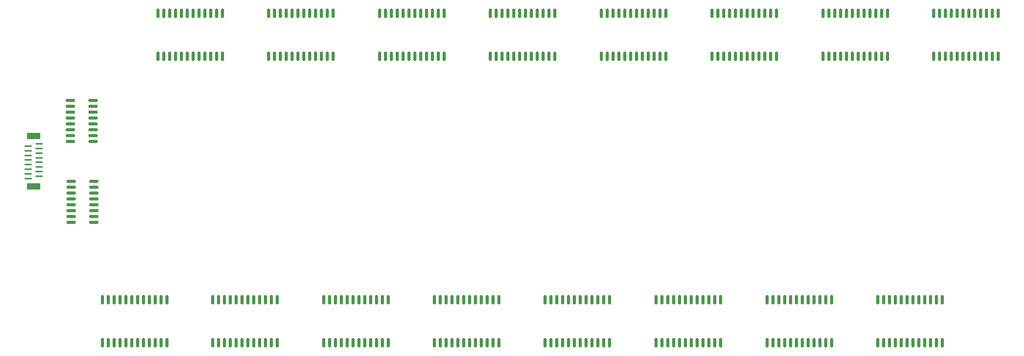
<source format=gbp>
G04 #@! TF.GenerationSoftware,KiCad,Pcbnew,6.0.8+dfsg-1~bpo11+1*
G04 #@! TF.CreationDate,2023-08-01T08:47:41-04:00*
G04 #@! TF.ProjectId,14_8x32_self_capacitance,31345f38-7833-4325-9f73-656c665f6361,rev?*
G04 #@! TF.SameCoordinates,Original*
G04 #@! TF.FileFunction,Paste,Bot*
G04 #@! TF.FilePolarity,Positive*
%FSLAX46Y46*%
G04 Gerber Fmt 4.6, Leading zero omitted, Abs format (unit mm)*
G04 Created by KiCad (PCBNEW 6.0.8+dfsg-1~bpo11+1) date 2023-08-01 08:47:41*
%MOMM*%
%LPD*%
G01*
G04 APERTURE LIST*
G04 Aperture macros list*
%AMRoundRect*
0 Rectangle with rounded corners*
0 $1 Rounding radius*
0 $2 $3 $4 $5 $6 $7 $8 $9 X,Y pos of 4 corners*
0 Add a 4 corners polygon primitive as box body*
4,1,4,$2,$3,$4,$5,$6,$7,$8,$9,$2,$3,0*
0 Add four circle primitives for the rounded corners*
1,1,$1+$1,$2,$3*
1,1,$1+$1,$4,$5*
1,1,$1+$1,$6,$7*
1,1,$1+$1,$8,$9*
0 Add four rect primitives between the rounded corners*
20,1,$1+$1,$2,$3,$4,$5,0*
20,1,$1+$1,$4,$5,$6,$7,0*
20,1,$1+$1,$6,$7,$8,$9,0*
20,1,$1+$1,$8,$9,$2,$3,0*%
G04 Aperture macros list end*
%ADD10RoundRect,0.150000X-0.825000X-0.150000X0.825000X-0.150000X0.825000X0.150000X-0.825000X0.150000X0*%
%ADD11RoundRect,0.150000X0.150000X-0.875000X0.150000X0.875000X-0.150000X0.875000X-0.150000X-0.875000X0*%
%ADD12R,1.600000X0.400000*%
%ADD13R,2.900000X1.400000*%
%ADD14RoundRect,0.150000X-0.150000X0.875000X-0.150000X-0.875000X0.150000X-0.875000X0.150000X0.875000X0*%
G04 APERTURE END LIST*
D10*
X60225000Y-72745000D03*
X60225000Y-71475000D03*
X60225000Y-70205000D03*
X60225000Y-68935000D03*
X60225000Y-67665000D03*
X60225000Y-66395000D03*
X60225000Y-65125000D03*
X60225000Y-63855000D03*
X65175000Y-63855000D03*
X65175000Y-65125000D03*
X65175000Y-66395000D03*
X65175000Y-67665000D03*
X65175000Y-68935000D03*
X65175000Y-70205000D03*
X65175000Y-71475000D03*
X65175000Y-72745000D03*
D11*
X165185000Y-54250000D03*
X163915000Y-54250000D03*
X162645000Y-54250000D03*
X161375000Y-54250000D03*
X160105000Y-54250000D03*
X158835000Y-54250000D03*
X157565000Y-54250000D03*
X156295000Y-54250000D03*
X155025000Y-54250000D03*
X153755000Y-54250000D03*
X152485000Y-54250000D03*
X151215000Y-54250000D03*
X151215000Y-44950000D03*
X152485000Y-44950000D03*
X153755000Y-44950000D03*
X155025000Y-44950000D03*
X156295000Y-44950000D03*
X157565000Y-44950000D03*
X158835000Y-44950000D03*
X160105000Y-44950000D03*
X161375000Y-44950000D03*
X162645000Y-44950000D03*
X163915000Y-44950000D03*
X165185000Y-44950000D03*
D10*
X60425000Y-90245000D03*
X60425000Y-88975000D03*
X60425000Y-87705000D03*
X60425000Y-86435000D03*
X60425000Y-85165000D03*
X60425000Y-83895000D03*
X60425000Y-82625000D03*
X60425000Y-81355000D03*
X65375000Y-81355000D03*
X65375000Y-82625000D03*
X65375000Y-83895000D03*
X65375000Y-85165000D03*
X65375000Y-86435000D03*
X65375000Y-87705000D03*
X65375000Y-88975000D03*
X65375000Y-90245000D03*
D11*
X237185000Y-54250000D03*
X235915000Y-54250000D03*
X234645000Y-54250000D03*
X233375000Y-54250000D03*
X232105000Y-54250000D03*
X230835000Y-54250000D03*
X229565000Y-54250000D03*
X228295000Y-54250000D03*
X227025000Y-54250000D03*
X225755000Y-54250000D03*
X224485000Y-54250000D03*
X223215000Y-54250000D03*
X223215000Y-44950000D03*
X224485000Y-44950000D03*
X225755000Y-44950000D03*
X227025000Y-44950000D03*
X228295000Y-44950000D03*
X229565000Y-44950000D03*
X230835000Y-44950000D03*
X232105000Y-44950000D03*
X233375000Y-44950000D03*
X234645000Y-44950000D03*
X235915000Y-44950000D03*
X237185000Y-44950000D03*
X261185000Y-54250000D03*
X259915000Y-54250000D03*
X258645000Y-54250000D03*
X257375000Y-54250000D03*
X256105000Y-54250000D03*
X254835000Y-54250000D03*
X253565000Y-54250000D03*
X252295000Y-54250000D03*
X251025000Y-54250000D03*
X249755000Y-54250000D03*
X248485000Y-54250000D03*
X247215000Y-54250000D03*
X247215000Y-44950000D03*
X248485000Y-44950000D03*
X249755000Y-44950000D03*
X251025000Y-44950000D03*
X252295000Y-44950000D03*
X253565000Y-44950000D03*
X254835000Y-44950000D03*
X256105000Y-44950000D03*
X257375000Y-44950000D03*
X258645000Y-44950000D03*
X259915000Y-44950000D03*
X261185000Y-44950000D03*
X189185000Y-54250000D03*
X187915000Y-54250000D03*
X186645000Y-54250000D03*
X185375000Y-54250000D03*
X184105000Y-54250000D03*
X182835000Y-54250000D03*
X181565000Y-54250000D03*
X180295000Y-54250000D03*
X179025000Y-54250000D03*
X177755000Y-54250000D03*
X176485000Y-54250000D03*
X175215000Y-54250000D03*
X175215000Y-44950000D03*
X176485000Y-44950000D03*
X177755000Y-44950000D03*
X179025000Y-44950000D03*
X180295000Y-44950000D03*
X181565000Y-44950000D03*
X182835000Y-44950000D03*
X184105000Y-44950000D03*
X185375000Y-44950000D03*
X186645000Y-44950000D03*
X187915000Y-44950000D03*
X189185000Y-44950000D03*
D12*
X51100000Y-80750000D03*
X53500000Y-80250000D03*
X51100000Y-79750000D03*
X53500000Y-79250000D03*
X51100000Y-78750000D03*
X53500000Y-78250000D03*
X51100000Y-77750000D03*
X53500000Y-77250000D03*
X51100000Y-76750000D03*
X53500000Y-76250000D03*
X51100000Y-75750000D03*
X53500000Y-75250000D03*
X51100000Y-74750000D03*
X53500000Y-74250000D03*
X51100000Y-73750000D03*
X53500000Y-73250000D03*
D13*
X52300000Y-82450000D03*
X52300000Y-71550000D03*
D11*
X141185000Y-54250000D03*
X139915000Y-54250000D03*
X138645000Y-54250000D03*
X137375000Y-54250000D03*
X136105000Y-54250000D03*
X134835000Y-54250000D03*
X133565000Y-54250000D03*
X132295000Y-54250000D03*
X131025000Y-54250000D03*
X129755000Y-54250000D03*
X128485000Y-54250000D03*
X127215000Y-54250000D03*
X127215000Y-44950000D03*
X128485000Y-44950000D03*
X129755000Y-44950000D03*
X131025000Y-44950000D03*
X132295000Y-44950000D03*
X133565000Y-44950000D03*
X134835000Y-44950000D03*
X136105000Y-44950000D03*
X137375000Y-44950000D03*
X138645000Y-44950000D03*
X139915000Y-44950000D03*
X141185000Y-44950000D03*
D14*
X91115000Y-107050000D03*
X92385000Y-107050000D03*
X93655000Y-107050000D03*
X94925000Y-107050000D03*
X96195000Y-107050000D03*
X97465000Y-107050000D03*
X98735000Y-107050000D03*
X100005000Y-107050000D03*
X101275000Y-107050000D03*
X102545000Y-107050000D03*
X103815000Y-107050000D03*
X105085000Y-107050000D03*
X105085000Y-116350000D03*
X103815000Y-116350000D03*
X102545000Y-116350000D03*
X101275000Y-116350000D03*
X100005000Y-116350000D03*
X98735000Y-116350000D03*
X97465000Y-116350000D03*
X96195000Y-116350000D03*
X94925000Y-116350000D03*
X93655000Y-116350000D03*
X92385000Y-116350000D03*
X91115000Y-116350000D03*
X115115000Y-107050000D03*
X116385000Y-107050000D03*
X117655000Y-107050000D03*
X118925000Y-107050000D03*
X120195000Y-107050000D03*
X121465000Y-107050000D03*
X122735000Y-107050000D03*
X124005000Y-107050000D03*
X125275000Y-107050000D03*
X126545000Y-107050000D03*
X127815000Y-107050000D03*
X129085000Y-107050000D03*
X129085000Y-116350000D03*
X127815000Y-116350000D03*
X126545000Y-116350000D03*
X125275000Y-116350000D03*
X124005000Y-116350000D03*
X122735000Y-116350000D03*
X121465000Y-116350000D03*
X120195000Y-116350000D03*
X118925000Y-116350000D03*
X117655000Y-116350000D03*
X116385000Y-116350000D03*
X115115000Y-116350000D03*
X139115000Y-107050000D03*
X140385000Y-107050000D03*
X141655000Y-107050000D03*
X142925000Y-107050000D03*
X144195000Y-107050000D03*
X145465000Y-107050000D03*
X146735000Y-107050000D03*
X148005000Y-107050000D03*
X149275000Y-107050000D03*
X150545000Y-107050000D03*
X151815000Y-107050000D03*
X153085000Y-107050000D03*
X153085000Y-116350000D03*
X151815000Y-116350000D03*
X150545000Y-116350000D03*
X149275000Y-116350000D03*
X148005000Y-116350000D03*
X146735000Y-116350000D03*
X145465000Y-116350000D03*
X144195000Y-116350000D03*
X142925000Y-116350000D03*
X141655000Y-116350000D03*
X140385000Y-116350000D03*
X139115000Y-116350000D03*
X187115000Y-107050000D03*
X188385000Y-107050000D03*
X189655000Y-107050000D03*
X190925000Y-107050000D03*
X192195000Y-107050000D03*
X193465000Y-107050000D03*
X194735000Y-107050000D03*
X196005000Y-107050000D03*
X197275000Y-107050000D03*
X198545000Y-107050000D03*
X199815000Y-107050000D03*
X201085000Y-107050000D03*
X201085000Y-116350000D03*
X199815000Y-116350000D03*
X198545000Y-116350000D03*
X197275000Y-116350000D03*
X196005000Y-116350000D03*
X194735000Y-116350000D03*
X193465000Y-116350000D03*
X192195000Y-116350000D03*
X190925000Y-116350000D03*
X189655000Y-116350000D03*
X188385000Y-116350000D03*
X187115000Y-116350000D03*
D11*
X117185000Y-54250000D03*
X115915000Y-54250000D03*
X114645000Y-54250000D03*
X113375000Y-54250000D03*
X112105000Y-54250000D03*
X110835000Y-54250000D03*
X109565000Y-54250000D03*
X108295000Y-54250000D03*
X107025000Y-54250000D03*
X105755000Y-54250000D03*
X104485000Y-54250000D03*
X103215000Y-54250000D03*
X103215000Y-44950000D03*
X104485000Y-44950000D03*
X105755000Y-44950000D03*
X107025000Y-44950000D03*
X108295000Y-44950000D03*
X109565000Y-44950000D03*
X110835000Y-44950000D03*
X112105000Y-44950000D03*
X113375000Y-44950000D03*
X114645000Y-44950000D03*
X115915000Y-44950000D03*
X117185000Y-44950000D03*
D14*
X67215000Y-107050000D03*
X68485000Y-107050000D03*
X69755000Y-107050000D03*
X71025000Y-107050000D03*
X72295000Y-107050000D03*
X73565000Y-107050000D03*
X74835000Y-107050000D03*
X76105000Y-107050000D03*
X77375000Y-107050000D03*
X78645000Y-107050000D03*
X79915000Y-107050000D03*
X81185000Y-107050000D03*
X81185000Y-116350000D03*
X79915000Y-116350000D03*
X78645000Y-116350000D03*
X77375000Y-116350000D03*
X76105000Y-116350000D03*
X74835000Y-116350000D03*
X73565000Y-116350000D03*
X72295000Y-116350000D03*
X71025000Y-116350000D03*
X69755000Y-116350000D03*
X68485000Y-116350000D03*
X67215000Y-116350000D03*
D11*
X213185000Y-54250000D03*
X211915000Y-54250000D03*
X210645000Y-54250000D03*
X209375000Y-54250000D03*
X208105000Y-54250000D03*
X206835000Y-54250000D03*
X205565000Y-54250000D03*
X204295000Y-54250000D03*
X203025000Y-54250000D03*
X201755000Y-54250000D03*
X200485000Y-54250000D03*
X199215000Y-54250000D03*
X199215000Y-44950000D03*
X200485000Y-44950000D03*
X201755000Y-44950000D03*
X203025000Y-44950000D03*
X204295000Y-44950000D03*
X205565000Y-44950000D03*
X206835000Y-44950000D03*
X208105000Y-44950000D03*
X209375000Y-44950000D03*
X210645000Y-44950000D03*
X211915000Y-44950000D03*
X213185000Y-44950000D03*
D14*
X235115000Y-107050000D03*
X236385000Y-107050000D03*
X237655000Y-107050000D03*
X238925000Y-107050000D03*
X240195000Y-107050000D03*
X241465000Y-107050000D03*
X242735000Y-107050000D03*
X244005000Y-107050000D03*
X245275000Y-107050000D03*
X246545000Y-107050000D03*
X247815000Y-107050000D03*
X249085000Y-107050000D03*
X249085000Y-116350000D03*
X247815000Y-116350000D03*
X246545000Y-116350000D03*
X245275000Y-116350000D03*
X244005000Y-116350000D03*
X242735000Y-116350000D03*
X241465000Y-116350000D03*
X240195000Y-116350000D03*
X238925000Y-116350000D03*
X237655000Y-116350000D03*
X236385000Y-116350000D03*
X235115000Y-116350000D03*
D11*
X93185000Y-54250000D03*
X91915000Y-54250000D03*
X90645000Y-54250000D03*
X89375000Y-54250000D03*
X88105000Y-54250000D03*
X86835000Y-54250000D03*
X85565000Y-54250000D03*
X84295000Y-54250000D03*
X83025000Y-54250000D03*
X81755000Y-54250000D03*
X80485000Y-54250000D03*
X79215000Y-54250000D03*
X79215000Y-44950000D03*
X80485000Y-44950000D03*
X81755000Y-44950000D03*
X83025000Y-44950000D03*
X84295000Y-44950000D03*
X85565000Y-44950000D03*
X86835000Y-44950000D03*
X88105000Y-44950000D03*
X89375000Y-44950000D03*
X90645000Y-44950000D03*
X91915000Y-44950000D03*
X93185000Y-44950000D03*
D14*
X211115000Y-107050000D03*
X212385000Y-107050000D03*
X213655000Y-107050000D03*
X214925000Y-107050000D03*
X216195000Y-107050000D03*
X217465000Y-107050000D03*
X218735000Y-107050000D03*
X220005000Y-107050000D03*
X221275000Y-107050000D03*
X222545000Y-107050000D03*
X223815000Y-107050000D03*
X225085000Y-107050000D03*
X225085000Y-116350000D03*
X223815000Y-116350000D03*
X222545000Y-116350000D03*
X221275000Y-116350000D03*
X220005000Y-116350000D03*
X218735000Y-116350000D03*
X217465000Y-116350000D03*
X216195000Y-116350000D03*
X214925000Y-116350000D03*
X213655000Y-116350000D03*
X212385000Y-116350000D03*
X211115000Y-116350000D03*
X163015000Y-107050000D03*
X164285000Y-107050000D03*
X165555000Y-107050000D03*
X166825000Y-107050000D03*
X168095000Y-107050000D03*
X169365000Y-107050000D03*
X170635000Y-107050000D03*
X171905000Y-107050000D03*
X173175000Y-107050000D03*
X174445000Y-107050000D03*
X175715000Y-107050000D03*
X176985000Y-107050000D03*
X176985000Y-116350000D03*
X175715000Y-116350000D03*
X174445000Y-116350000D03*
X173175000Y-116350000D03*
X171905000Y-116350000D03*
X170635000Y-116350000D03*
X169365000Y-116350000D03*
X168095000Y-116350000D03*
X166825000Y-116350000D03*
X165555000Y-116350000D03*
X164285000Y-116350000D03*
X163015000Y-116350000D03*
M02*

</source>
